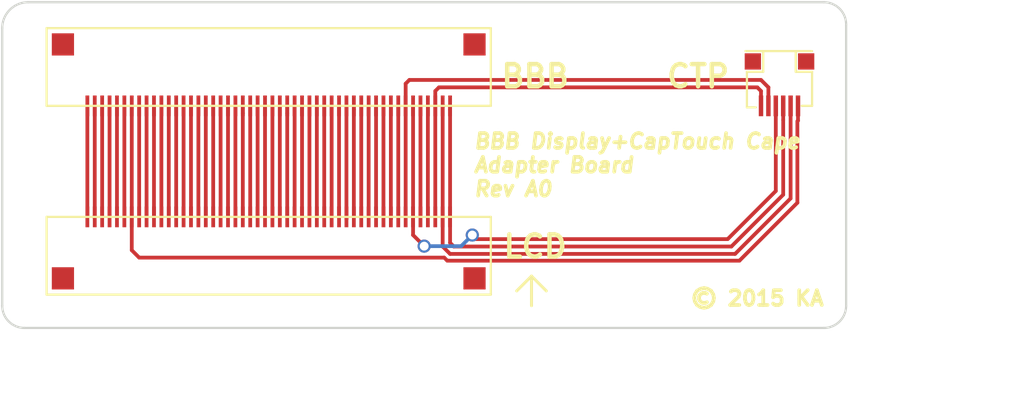
<source format=kicad_pcb>
(kicad_pcb (version 4) (host pcbnew 0.201502122346+5414~21~ubuntu14.04.1-product)

  (general
    (links 56)
    (no_connects 0)
    (area 131.924999 86.924999 189.075001 109.075001)
    (thickness 1.6)
    (drawings 18)
    (tracks 100)
    (zones 0)
    (modules 3)
    (nets 51)
  )

  (page A4)
  (layers
    (0 F.Cu signal)
    (31 B.Cu signal)
    (32 B.Adhes user)
    (33 F.Adhes user)
    (34 B.Paste user)
    (35 F.Paste user)
    (36 B.SilkS user)
    (37 F.SilkS user)
    (38 B.Mask user)
    (39 F.Mask user)
    (40 Dwgs.User user)
    (41 Cmts.User user)
    (42 Eco1.User user)
    (43 Eco2.User user)
    (44 Edge.Cuts user)
    (45 Margin user)
    (46 B.CrtYd user)
    (47 F.CrtYd user)
    (48 B.Fab user)
    (49 F.Fab user)
  )

  (setup
    (last_trace_width 0.254)
    (trace_clearance 0.2032)
    (zone_clearance 0.508)
    (zone_45_only no)
    (trace_min 0.254)
    (segment_width 0.2)
    (edge_width 0.15)
    (via_size 0.889)
    (via_drill 0.6)
    (via_min_size 0.889)
    (via_min_drill 0.508)
    (uvia_size 0.508)
    (uvia_drill 0.127)
    (uvias_allowed no)
    (uvia_min_size 0.508)
    (uvia_min_drill 0.127)
    (pcb_text_width 0.3)
    (pcb_text_size 1.5 1.5)
    (mod_edge_width 0.15)
    (mod_text_size 1.5 1.5)
    (mod_text_width 0.15)
    (pad_size 1.524 1.524)
    (pad_drill 0.762)
    (pad_to_mask_clearance 0.2)
    (aux_axis_origin 0 0)
    (visible_elements FFFFFF7F)
    (pcbplotparams
      (layerselection 0x00030_80000001)
      (usegerberextensions false)
      (excludeedgelayer true)
      (linewidth 0.150000)
      (plotframeref false)
      (viasonmask false)
      (mode 1)
      (useauxorigin false)
      (hpglpennumber 1)
      (hpglpenspeed 20)
      (hpglpendiameter 15)
      (hpglpenoverlay 2)
      (psnegative false)
      (psa4output false)
      (plotreference true)
      (plotvalue true)
      (plotinvisibletext false)
      (padsonsilk false)
      (subtractmaskfromsilk false)
      (outputformat 1)
      (mirror false)
      (drillshape 1)
      (scaleselection 1)
      (outputdirectory ""))
  )

  (net 0 "")
  (net 1 "Net-(LCD1-Pad1)")
  (net 2 "Net-(LCD1-Pad2)")
  (net 3 "Net-(LCD1-Pad3)")
  (net 4 "Net-(LCD1-Pad4)")
  (net 5 "Net-(LCD1-Pad5)")
  (net 6 "Net-(LCD1-Pad6)")
  (net 7 /DVDD)
  (net 8 "Net-(LCD1-Pad8)")
  (net 9 "Net-(LCD1-Pad9)")
  (net 10 "Net-(LCD1-Pad10)")
  (net 11 "Net-(LCD1-Pad11)")
  (net 12 "Net-(LCD1-Pad12)")
  (net 13 "Net-(LCD1-Pad13)")
  (net 14 "Net-(LCD1-Pad14)")
  (net 15 "Net-(LCD1-Pad15)")
  (net 16 "Net-(LCD1-Pad19)")
  (net 17 "Net-(LCD1-Pad16)")
  (net 18 "Net-(LCD1-Pad17)")
  (net 19 "Net-(LCD1-Pad18)")
  (net 20 "Net-(LCD1-Pad20)")
  (net 21 "Net-(LCD1-Pad21)")
  (net 22 "Net-(LCD1-Pad22)")
  (net 23 "Net-(LCD1-Pad23)")
  (net 24 "Net-(LCD1-Pad24)")
  (net 25 "Net-(LCD1-Pad25)")
  (net 26 "Net-(LCD1-Pad29)")
  (net 27 "Net-(LCD1-Pad26)")
  (net 28 "Net-(LCD1-Pad27)")
  (net 29 "Net-(LCD1-Pad28)")
  (net 30 "Net-(LCD1-Pad30)")
  (net 31 "Net-(LCD1-Pad34)")
  (net 32 "Net-(LCD1-Pad31)")
  (net 33 "Net-(LCD1-Pad32)")
  (net 34 "Net-(LCD1-Pad33)")
  (net 35 "Net-(LCD1-Pad35)")
  (net 36 "Net-(LCD1-Pad38)")
  (net 37 "Net-(LCD1-Pad39)")
  (net 38 "Net-(LCD1-Pad36)")
  (net 39 "Net-(LCD1-Pad37)")
  (net 40 "Net-(LCD1-Pad40)")
  (net 41 "Net-(LCD1-Pad41)")
  (net 42 "Net-(LCD1-Pad42)")
  (net 43 "Net-(LCD1-Pad43)")
  (net 44 /RST)
  (net 45 /IRQ)
  (net 46 "Net-(LCD1-Pad46)")
  (net 47 "Net-(LCD1-Pad47)")
  (net 48 /GND)
  (net 49 /SCL)
  (net 50 /SDA)

  (net_class Default "This is the default net class."
    (clearance 0.2032)
    (trace_width 0.254)
    (via_dia 0.889)
    (via_drill 0.6)
    (uvia_dia 0.508)
    (uvia_drill 0.127)
    (add_net /DVDD)
    (add_net /GND)
    (add_net /IRQ)
    (add_net /RST)
    (add_net /SCL)
    (add_net /SDA)
    (add_net "Net-(LCD1-Pad1)")
    (add_net "Net-(LCD1-Pad10)")
    (add_net "Net-(LCD1-Pad11)")
    (add_net "Net-(LCD1-Pad12)")
    (add_net "Net-(LCD1-Pad13)")
    (add_net "Net-(LCD1-Pad14)")
    (add_net "Net-(LCD1-Pad15)")
    (add_net "Net-(LCD1-Pad16)")
    (add_net "Net-(LCD1-Pad17)")
    (add_net "Net-(LCD1-Pad18)")
    (add_net "Net-(LCD1-Pad19)")
    (add_net "Net-(LCD1-Pad2)")
    (add_net "Net-(LCD1-Pad20)")
    (add_net "Net-(LCD1-Pad21)")
    (add_net "Net-(LCD1-Pad22)")
    (add_net "Net-(LCD1-Pad23)")
    (add_net "Net-(LCD1-Pad24)")
    (add_net "Net-(LCD1-Pad25)")
    (add_net "Net-(LCD1-Pad26)")
    (add_net "Net-(LCD1-Pad27)")
    (add_net "Net-(LCD1-Pad28)")
    (add_net "Net-(LCD1-Pad29)")
    (add_net "Net-(LCD1-Pad3)")
    (add_net "Net-(LCD1-Pad30)")
    (add_net "Net-(LCD1-Pad31)")
    (add_net "Net-(LCD1-Pad32)")
    (add_net "Net-(LCD1-Pad33)")
    (add_net "Net-(LCD1-Pad34)")
    (add_net "Net-(LCD1-Pad35)")
    (add_net "Net-(LCD1-Pad36)")
    (add_net "Net-(LCD1-Pad37)")
    (add_net "Net-(LCD1-Pad38)")
    (add_net "Net-(LCD1-Pad39)")
    (add_net "Net-(LCD1-Pad4)")
    (add_net "Net-(LCD1-Pad40)")
    (add_net "Net-(LCD1-Pad41)")
    (add_net "Net-(LCD1-Pad42)")
    (add_net "Net-(LCD1-Pad43)")
    (add_net "Net-(LCD1-Pad46)")
    (add_net "Net-(LCD1-Pad47)")
    (add_net "Net-(LCD1-Pad5)")
    (add_net "Net-(LCD1-Pad6)")
    (add_net "Net-(LCD1-Pad8)")
    (add_net "Net-(LCD1-Pad9)")
  )

  (module Pin_Headers:Pin_Header_Straight_2x03 (layer F.Cu) (tedit 54EE6E4A) (tstamp 54EE579C)
    (at 184.5 96)
    (descr "Through hole pin header")
    (tags "pin header")
    (path /54EE7594)
    (fp_text reference P1 (at -3.7 -1.9) (layer F.SilkS) hide
      (effects (font (size 1.27 1.27) (thickness 0.2032)))
    )
    (fp_text value CONN_01X06 (at 0 0) (layer F.SilkS) hide
      (effects (font (size 1.27 1.27) (thickness 0.2032)))
    )
    (fp_line (start 1.1 -5.7) (end 1.1 -4.4) (layer F.SilkS) (width 0.15))
    (fp_line (start 1.1 -4.4) (end 1.1 -4.3) (layer F.SilkS) (width 0.15))
    (fp_line (start 1.1 -4.3) (end 2.2 -4.3) (layer F.SilkS) (width 0.15))
    (fp_line (start -1.1 -5.7) (end -1.1 -4.3) (layer F.SilkS) (width 0.15))
    (fp_line (start -1.1 -4.3) (end -2.2 -4.3) (layer F.SilkS) (width 0.15))
    (fp_line (start -2.3 -5.7) (end 2.2 -5.7) (layer F.SilkS) (width 0.15))
    (fp_line (start 1.5 -2) (end 2.2 -2) (layer F.SilkS) (width 0.15))
    (fp_line (start 2.2 -2) (end 2.2 -4.3) (layer F.SilkS) (width 0.15))
    (fp_line (start -2.2 -4.3) (end -2.2 -1.9) (layer F.SilkS) (width 0.15))
    (fp_line (start -2.2 -1.9) (end -1.6 -1.9) (layer F.SilkS) (width 0.15))
    (pad 1 smd rect (at -1.25 -2) (size 0.3 1.4) (layers F.Cu F.Paste F.Mask)
      (net 48 /GND))
    (pad 2 smd rect (at -0.75 -2) (size 0.3 1.4) (layers F.Cu F.Paste F.Mask)
      (net 44 /RST))
    (pad 3 smd rect (at -0.25 -2) (size 0.3 1.4) (layers F.Cu F.Paste F.Mask)
      (net 45 /IRQ))
    (pad 4 smd rect (at 0.25 -2) (size 0.3 1.4) (layers F.Cu F.Paste F.Mask)
      (net 50 /SDA))
    (pad 5 smd rect (at 0.75 -2) (size 0.3 1.4) (layers F.Cu F.Paste F.Mask)
      (net 49 /SCL))
    (pad 6 smd rect (at 1.25 -2) (size 0.3 1.4) (layers F.Cu F.Paste F.Mask)
      (net 7 /DVDD))
    (pad "" smd rect (at 1.8 -5) (size 1.1 1.1) (layers F.Cu F.Paste F.Mask))
    (pad "" smd rect (at -1.8 -5) (size 1.1 1.1) (layers F.Cu F.Paste F.Mask))
    (model Pin_Headers/Pin_Header_Straight_2x03.wrl
      (at (xyz 0 0 0))
      (scale (xyz 1 1 1))
      (rotate (xyz 0 0 0))
    )
  )

  (module "XF2M:df12a(3.0)-50ds-0.5v" placed (layer F.Cu) (tedit 54EE6CD5) (tstamp 54EE574E)
    (at 150 94)
    (descr "Hirose DF12 series connector, DF12A(3.0)-50DS-0.5V")
    (path /54ABD71F)
    (fp_text reference LCD1 (at -6.5 -1.75012) (layer F.SilkS) hide
      (effects (font (size 0.49784 0.49784) (thickness 0.09906)))
    )
    (fp_text value Generic_7"_LCD_50pin (at 6.25 1.74758) (layer Cmts.User) hide
      (effects (font (size 0.4953 0.4953) (thickness 0.09906)))
    )
    (fp_line (start -15 -5.25) (end -15 0) (layer F.SilkS) (width 0.15))
    (fp_line (start -15 0) (end 15 0) (layer F.SilkS) (width 0.15))
    (fp_line (start 15 -5.25) (end 15 0) (layer F.SilkS) (width 0.15))
    (fp_line (start -15 -5.25) (end 15 -5.25) (layer F.SilkS) (width 0.15))
    (pad 50 smd rect (at 12.25 0) (size 0.254 1.4) (layers F.Cu F.Paste F.Mask)
      (net 50 /SDA) (solder_mask_margin 0.06858) (solder_paste_margin -0.04826) (clearance 0.19558))
    (pad 49 smd rect (at 11.75 0) (size 0.254 1.4) (layers F.Cu F.Paste F.Mask)
      (net 49 /SCL) (solder_mask_margin 0.06858) (solder_paste_margin -0.04826) (clearance 0.19558))
    (pad 48 smd rect (at 11.25 0) (size 0.254 1.4) (layers F.Cu F.Paste F.Mask)
      (net 48 /GND) (solder_mask_margin 0.06858) (solder_paste_margin -0.04826) (clearance 0.19558))
    (pad 47 smd rect (at 10.75 0) (size 0.254 1.4) (layers F.Cu F.Paste F.Mask)
      (net 47 "Net-(LCD1-Pad47)") (solder_mask_margin 0.06858) (solder_paste_margin -0.04826) (clearance 0.19558))
    (pad 46 smd rect (at 10.25 0) (size 0.254 1.4) (layers F.Cu F.Paste F.Mask)
      (net 46 "Net-(LCD1-Pad46)") (solder_mask_margin 0.06858) (solder_paste_margin -0.04826) (clearance 0.19558))
    (pad 45 smd rect (at 9.75 0) (size 0.254 1.4) (layers F.Cu F.Paste F.Mask)
      (net 45 /IRQ) (solder_mask_margin 0.06858) (solder_paste_margin -0.04826) (clearance 0.19558))
    (pad 44 smd rect (at 9.25 0) (size 0.254 1.4) (layers F.Cu F.Paste F.Mask)
      (net 44 /RST) (solder_mask_margin 0.06858) (solder_paste_margin -0.04826) (clearance 0.19558))
    (pad 43 smd rect (at 8.75 0) (size 0.254 1.4) (layers F.Cu F.Paste F.Mask)
      (net 43 "Net-(LCD1-Pad43)") (solder_mask_margin 0.06858) (solder_paste_margin -0.04826) (clearance 0.19558))
    (pad 42 smd rect (at 8.25 0) (size 0.254 1.4) (layers F.Cu F.Paste F.Mask)
      (net 42 "Net-(LCD1-Pad42)") (solder_mask_margin 0.06858) (solder_paste_margin -0.04826) (clearance 0.19558))
    (pad 41 smd rect (at 7.75 0) (size 0.254 1.4) (layers F.Cu F.Paste F.Mask)
      (net 41 "Net-(LCD1-Pad41)") (solder_mask_margin 0.06858) (solder_paste_margin -0.04826) (clearance 0.19558))
    (pad 40 smd rect (at 7.25 0) (size 0.254 1.4) (layers F.Cu F.Paste F.Mask)
      (net 40 "Net-(LCD1-Pad40)") (solder_mask_margin 0.06858) (solder_paste_margin -0.04826) (clearance 0.19558))
    (pad 39 smd rect (at 6.75 0) (size 0.254 1.4) (layers F.Cu F.Paste F.Mask)
      (net 37 "Net-(LCD1-Pad39)") (solder_mask_margin 0.06858) (solder_paste_margin -0.04826) (clearance 0.19558))
    (pad 38 smd rect (at 6.25 0) (size 0.254 1.4) (layers F.Cu F.Paste F.Mask)
      (net 36 "Net-(LCD1-Pad38)") (solder_mask_margin 0.06858) (solder_paste_margin -0.04826) (clearance 0.19558))
    (pad 37 smd rect (at 5.75 0) (size 0.254 1.4) (layers F.Cu F.Paste F.Mask)
      (net 39 "Net-(LCD1-Pad37)") (solder_mask_margin 0.06858) (solder_paste_margin -0.04826) (clearance 0.19558))
    (pad 36 smd rect (at 5.25 0) (size 0.254 1.4) (layers F.Cu F.Paste F.Mask)
      (net 38 "Net-(LCD1-Pad36)") (solder_mask_margin 0.06858) (solder_paste_margin -0.04826) (clearance 0.19558))
    (pad 32 smd rect (at 3.25 0) (size 0.254 1.4) (layers F.Cu F.Paste F.Mask)
      (net 33 "Net-(LCD1-Pad32)") (solder_mask_margin 0.06858) (solder_paste_margin -0.04826) (clearance 0.19558))
    (pad 35 smd rect (at 4.75 0) (size 0.254 1.4) (layers F.Cu F.Paste F.Mask)
      (net 35 "Net-(LCD1-Pad35)") (solder_mask_margin 0.06858) (solder_paste_margin -0.04826) (clearance 0.19558))
    (pad 34 smd rect (at 4.25 0) (size 0.254 1.4) (layers F.Cu F.Paste F.Mask)
      (net 31 "Net-(LCD1-Pad34)") (solder_mask_margin 0.06858) (solder_paste_margin -0.04826) (clearance 0.19558))
    (pad 33 smd rect (at 3.75 0) (size 0.254 1.4) (layers F.Cu F.Paste F.Mask)
      (net 34 "Net-(LCD1-Pad33)") (solder_mask_margin 0.06858) (solder_paste_margin -0.04826) (clearance 0.19558))
    (pad 31 smd rect (at 2.75 0) (size 0.254 1.4) (layers F.Cu F.Paste F.Mask)
      (net 32 "Net-(LCD1-Pad31)") (solder_mask_margin 0.06858) (solder_paste_margin -0.04826) (clearance 0.19558))
    (pad 30 smd rect (at 2.25 0) (size 0.254 1.4) (layers F.Cu F.Paste F.Mask)
      (net 30 "Net-(LCD1-Pad30)") (solder_mask_margin 0.06858) (solder_paste_margin -0.04826) (clearance 0.19558))
    (pad 29 smd rect (at 1.75 0) (size 0.254 1.4) (layers F.Cu F.Paste F.Mask)
      (net 26 "Net-(LCD1-Pad29)") (solder_mask_margin 0.06858) (solder_paste_margin -0.04826) (clearance 0.19558))
    (pad 28 smd rect (at 1.25 0) (size 0.254 1.4) (layers F.Cu F.Paste F.Mask)
      (net 29 "Net-(LCD1-Pad28)") (solder_mask_margin 0.06858) (solder_paste_margin -0.04826) (clearance 0.19558))
    (pad 27 smd rect (at 0.75 0) (size 0.254 1.4) (layers F.Cu F.Paste F.Mask)
      (net 28 "Net-(LCD1-Pad27)") (solder_mask_margin 0.06858) (solder_paste_margin -0.04826) (clearance 0.19558))
    (pad 26 smd rect (at 0.25 0) (size 0.254 1.4) (layers F.Cu F.Paste F.Mask)
      (net 27 "Net-(LCD1-Pad26)") (solder_mask_margin 0.06858) (solder_paste_margin -0.04826) (clearance 0.19558))
    (pad 22 smd rect (at -1.75 0) (size 0.254 1.4) (layers F.Cu F.Paste F.Mask)
      (net 22 "Net-(LCD1-Pad22)") (solder_mask_margin 0.06858) (solder_paste_margin -0.04826) (clearance 0.19558))
    (pad 25 smd rect (at -0.25 0) (size 0.254 1.4) (layers F.Cu F.Paste F.Mask)
      (net 25 "Net-(LCD1-Pad25)") (solder_mask_margin 0.06858) (solder_paste_margin -0.04826) (clearance 0.19558))
    (pad 24 smd rect (at -0.75 0) (size 0.254 1.4) (layers F.Cu F.Paste F.Mask)
      (net 24 "Net-(LCD1-Pad24)") (solder_mask_margin 0.06858) (solder_paste_margin -0.04826) (clearance 0.19558))
    (pad 23 smd rect (at -1.25 0) (size 0.254 1.4) (layers F.Cu F.Paste F.Mask)
      (net 23 "Net-(LCD1-Pad23)") (solder_mask_margin 0.06858) (solder_paste_margin -0.04826) (clearance 0.19558))
    (pad 21 smd rect (at -2.25 0) (size 0.254 1.4) (layers F.Cu F.Paste F.Mask)
      (net 21 "Net-(LCD1-Pad21)") (solder_mask_margin 0.06858) (solder_paste_margin -0.04826) (clearance 0.19558))
    (pad 17 smd rect (at -4.25 0) (size 0.254 1.4) (layers F.Cu F.Paste F.Mask)
      (net 18 "Net-(LCD1-Pad17)") (solder_mask_margin 0.06858) (solder_paste_margin -0.04826) (clearance 0.19558))
    (pad 20 smd rect (at -2.75 0) (size 0.254 1.4) (layers F.Cu F.Paste F.Mask)
      (net 20 "Net-(LCD1-Pad20)") (solder_mask_margin 0.06858) (solder_paste_margin -0.04826) (clearance 0.19558))
    (pad 19 smd rect (at -3.25 0) (size 0.254 1.4) (layers F.Cu F.Paste F.Mask)
      (net 16 "Net-(LCD1-Pad19)") (solder_mask_margin 0.06858) (solder_paste_margin -0.04826) (clearance 0.19558))
    (pad 18 smd rect (at -3.75 0) (size 0.254 1.4) (layers F.Cu F.Paste F.Mask)
      (net 19 "Net-(LCD1-Pad18)") (solder_mask_margin 0.06858) (solder_paste_margin -0.04826) (clearance 0.19558))
    (pad 16 smd rect (at -4.75 0) (size 0.254 1.4) (layers F.Cu F.Paste F.Mask)
      (net 17 "Net-(LCD1-Pad16)") (solder_mask_margin 0.06858) (solder_paste_margin -0.04826) (clearance 0.19558))
    (pad 13 smd rect (at -6.25 0) (size 0.254 1.4) (layers F.Cu F.Paste F.Mask)
      (net 13 "Net-(LCD1-Pad13)") (solder_mask_margin 0.06858) (solder_paste_margin -0.04826) (clearance 0.19558))
    (pad 12 smd rect (at -6.75 0) (size 0.254 1.4) (layers F.Cu F.Paste F.Mask)
      (net 12 "Net-(LCD1-Pad12)") (solder_mask_margin 0.06858) (solder_paste_margin -0.04826) (clearance 0.19558))
    (pad 15 smd rect (at -5.25 0) (size 0.254 1.4) (layers F.Cu F.Paste F.Mask)
      (net 15 "Net-(LCD1-Pad15)") (solder_mask_margin 0.06858) (solder_paste_margin -0.04826) (clearance 0.19558))
    (pad 14 smd rect (at -5.75 0) (size 0.254 1.4) (layers F.Cu F.Paste F.Mask)
      (net 14 "Net-(LCD1-Pad14)") (solder_mask_margin 0.06858) (solder_paste_margin -0.04826) (clearance 0.19558))
    (pad 11 smd rect (at -7.25 0) (size 0.254 1.4) (layers F.Cu F.Paste F.Mask)
      (net 11 "Net-(LCD1-Pad11)") (solder_mask_margin 0.06858) (solder_paste_margin -0.04826) (clearance 0.19558))
    (pad 10 smd rect (at -7.75 0) (size 0.254 1.4) (layers F.Cu F.Paste F.Mask)
      (net 10 "Net-(LCD1-Pad10)") (solder_mask_margin 0.06858) (solder_paste_margin -0.04826) (clearance 0.19558))
    (pad 9 smd rect (at -8.25 0) (size 0.254 1.4) (layers F.Cu F.Paste F.Mask)
      (net 9 "Net-(LCD1-Pad9)") (solder_mask_margin 0.06858) (solder_paste_margin -0.04826) (clearance 0.19558))
    (pad 8 smd rect (at -8.75 0) (size 0.254 1.4) (layers F.Cu F.Paste F.Mask)
      (net 8 "Net-(LCD1-Pad8)") (solder_mask_margin 0.06858) (solder_paste_margin -0.04826) (clearance 0.19558))
    (pad 7 smd rect (at -9.25 0) (size 0.254 1.4) (layers F.Cu F.Paste F.Mask)
      (net 7 /DVDD) (solder_mask_margin 0.06858) (solder_paste_margin -0.04826) (clearance 0.19558))
    (pad 6 smd rect (at -9.75 0) (size 0.254 1.4) (layers F.Cu F.Paste F.Mask)
      (net 6 "Net-(LCD1-Pad6)") (solder_mask_margin 0.06858) (solder_paste_margin -0.04826) (clearance 0.19558))
    (pad 5 smd rect (at -10.25 0) (size 0.254 1.4) (layers F.Cu F.Paste F.Mask)
      (net 5 "Net-(LCD1-Pad5)") (solder_mask_margin 0.06858) (solder_paste_margin -0.04826) (clearance 0.19558))
    (pad 4 smd rect (at -10.75 0) (size 0.254 1.4) (layers F.Cu F.Paste F.Mask)
      (net 4 "Net-(LCD1-Pad4)") (solder_mask_margin 0.06858) (solder_paste_margin -0.04826) (clearance 0.19558))
    (pad 3 smd rect (at -11.25 0) (size 0.254 1.4) (layers F.Cu F.Paste F.Mask)
      (net 3 "Net-(LCD1-Pad3)") (solder_mask_margin 0.06858) (solder_paste_margin -0.04826) (clearance 0.19558))
    (pad 2 smd rect (at -11.75 0) (size 0.254 1.4) (layers F.Cu F.Paste F.Mask)
      (net 2 "Net-(LCD1-Pad2)") (solder_mask_margin 0.06858) (solder_paste_margin -0.04826) (clearance 0.19558))
    (pad 1 smd rect (at -12.25 0) (size 0.254 1.4) (layers F.Cu F.Paste F.Mask)
      (net 1 "Net-(LCD1-Pad1)") (solder_mask_margin 0.06858) (solder_paste_margin -0.04826) (clearance 0.19558))
    (pad "" smd rect (at 13.9 -4.15) (size 1.5 1.5) (layers F.Cu F.Paste F.Mask))
    (pad "" smd rect (at -13.9 -4.15) (size 1.5 1.5) (layers F.Cu F.Paste F.Mask))
    (model "walter/conn_df12/df12a(3.0)-50ds-0.5v.wrl"
      (at (xyz 0 0 0))
      (scale (xyz 1 1 1))
      (rotate (xyz 0 0 0))
    )
  )

  (module "XF2M:df12a(3.0)-50ds-0.5v" placed (layer F.Cu) (tedit 54EE6CD2) (tstamp 54EE578A)
    (at 150 101.5 180)
    (descr "Hirose DF12 series connector, DF12A(3.0)-50DS-0.5V")
    (path /54ABD2E3)
    (fp_text reference LCD2 (at -6.5 -1.75012 180) (layer F.SilkS) hide
      (effects (font (size 0.49784 0.49784) (thickness 0.09906)))
    )
    (fp_text value Generic_7"_LCD_50pin (at 6.25 1.74758 180) (layer Cmts.User) hide
      (effects (font (size 0.4953 0.4953) (thickness 0.09906)))
    )
    (fp_line (start -15 -5.25) (end -15 0) (layer F.SilkS) (width 0.15))
    (fp_line (start -15 0) (end 15 0) (layer F.SilkS) (width 0.15))
    (fp_line (start 15 -5.25) (end 15 0) (layer F.SilkS) (width 0.15))
    (fp_line (start -15 -5.25) (end 15 -5.25) (layer F.SilkS) (width 0.15))
    (pad 1 smd rect (at 12.25 0 180) (size 0.254 1.4) (layers F.Cu F.Paste F.Mask)
      (net 1 "Net-(LCD1-Pad1)") (solder_mask_margin 0.06858) (solder_paste_margin -0.04826) (clearance 0.19558))
    (pad 2 smd rect (at 11.75 0 180) (size 0.254 1.4) (layers F.Cu F.Paste F.Mask)
      (net 2 "Net-(LCD1-Pad2)") (solder_mask_margin 0.06858) (solder_paste_margin -0.04826) (clearance 0.19558))
    (pad 3 smd rect (at 11.25 0 180) (size 0.254 1.4) (layers F.Cu F.Paste F.Mask)
      (net 3 "Net-(LCD1-Pad3)") (solder_mask_margin 0.06858) (solder_paste_margin -0.04826) (clearance 0.19558))
    (pad 4 smd rect (at 10.75 0 180) (size 0.254 1.4) (layers F.Cu F.Paste F.Mask)
      (net 4 "Net-(LCD1-Pad4)") (solder_mask_margin 0.06858) (solder_paste_margin -0.04826) (clearance 0.19558))
    (pad 5 smd rect (at 10.25 0 180) (size 0.254 1.4) (layers F.Cu F.Paste F.Mask)
      (net 5 "Net-(LCD1-Pad5)") (solder_mask_margin 0.06858) (solder_paste_margin -0.04826) (clearance 0.19558))
    (pad 6 smd rect (at 9.75 0 180) (size 0.254 1.4) (layers F.Cu F.Paste F.Mask)
      (net 6 "Net-(LCD1-Pad6)") (solder_mask_margin 0.06858) (solder_paste_margin -0.04826) (clearance 0.19558))
    (pad 7 smd rect (at 9.25 0 180) (size 0.254 1.4) (layers F.Cu F.Paste F.Mask)
      (net 7 /DVDD) (solder_mask_margin 0.06858) (solder_paste_margin -0.04826) (clearance 0.19558))
    (pad 8 smd rect (at 8.75 0 180) (size 0.254 1.4) (layers F.Cu F.Paste F.Mask)
      (net 8 "Net-(LCD1-Pad8)") (solder_mask_margin 0.06858) (solder_paste_margin -0.04826) (clearance 0.19558))
    (pad 9 smd rect (at 8.25 0 180) (size 0.254 1.4) (layers F.Cu F.Paste F.Mask)
      (net 9 "Net-(LCD1-Pad9)") (solder_mask_margin 0.06858) (solder_paste_margin -0.04826) (clearance 0.19558))
    (pad 10 smd rect (at 7.75 0 180) (size 0.254 1.4) (layers F.Cu F.Paste F.Mask)
      (net 10 "Net-(LCD1-Pad10)") (solder_mask_margin 0.06858) (solder_paste_margin -0.04826) (clearance 0.19558))
    (pad 11 smd rect (at 7.25 0 180) (size 0.254 1.4) (layers F.Cu F.Paste F.Mask)
      (net 11 "Net-(LCD1-Pad11)") (solder_mask_margin 0.06858) (solder_paste_margin -0.04826) (clearance 0.19558))
    (pad 12 smd rect (at 6.75 0 180) (size 0.254 1.4) (layers F.Cu F.Paste F.Mask)
      (net 12 "Net-(LCD1-Pad12)") (solder_mask_margin 0.06858) (solder_paste_margin -0.04826) (clearance 0.19558))
    (pad 13 smd rect (at 6.25 0 180) (size 0.254 1.4) (layers F.Cu F.Paste F.Mask)
      (net 13 "Net-(LCD1-Pad13)") (solder_mask_margin 0.06858) (solder_paste_margin -0.04826) (clearance 0.19558))
    (pad 14 smd rect (at 5.75 0 180) (size 0.254 1.4) (layers F.Cu F.Paste F.Mask)
      (net 14 "Net-(LCD1-Pad14)") (solder_mask_margin 0.06858) (solder_paste_margin -0.04826) (clearance 0.19558))
    (pad 15 smd rect (at 5.25 0 180) (size 0.254 1.4) (layers F.Cu F.Paste F.Mask)
      (net 15 "Net-(LCD1-Pad15)") (solder_mask_margin 0.06858) (solder_paste_margin -0.04826) (clearance 0.19558))
    (pad 19 smd rect (at 3.25 0 180) (size 0.254 1.4) (layers F.Cu F.Paste F.Mask)
      (net 16 "Net-(LCD1-Pad19)") (solder_mask_margin 0.06858) (solder_paste_margin -0.04826) (clearance 0.19558))
    (pad 16 smd rect (at 4.75 0 180) (size 0.254 1.4) (layers F.Cu F.Paste F.Mask)
      (net 17 "Net-(LCD1-Pad16)") (solder_mask_margin 0.06858) (solder_paste_margin -0.04826) (clearance 0.19558))
    (pad 17 smd rect (at 4.25 0 180) (size 0.254 1.4) (layers F.Cu F.Paste F.Mask)
      (net 18 "Net-(LCD1-Pad17)") (solder_mask_margin 0.06858) (solder_paste_margin -0.04826) (clearance 0.19558))
    (pad 18 smd rect (at 3.75 0 180) (size 0.254 1.4) (layers F.Cu F.Paste F.Mask)
      (net 19 "Net-(LCD1-Pad18)") (solder_mask_margin 0.06858) (solder_paste_margin -0.04826) (clearance 0.19558))
    (pad 20 smd rect (at 2.75 0 180) (size 0.254 1.4) (layers F.Cu F.Paste F.Mask)
      (net 20 "Net-(LCD1-Pad20)") (solder_mask_margin 0.06858) (solder_paste_margin -0.04826) (clearance 0.19558))
    (pad 21 smd rect (at 2.25 0 180) (size 0.254 1.4) (layers F.Cu F.Paste F.Mask)
      (net 21 "Net-(LCD1-Pad21)") (solder_mask_margin 0.06858) (solder_paste_margin -0.04826) (clearance 0.19558))
    (pad 22 smd rect (at 1.75 0 180) (size 0.254 1.4) (layers F.Cu F.Paste F.Mask)
      (net 22 "Net-(LCD1-Pad22)") (solder_mask_margin 0.06858) (solder_paste_margin -0.04826) (clearance 0.19558))
    (pad 23 smd rect (at 1.25 0 180) (size 0.254 1.4) (layers F.Cu F.Paste F.Mask)
      (net 23 "Net-(LCD1-Pad23)") (solder_mask_margin 0.06858) (solder_paste_margin -0.04826) (clearance 0.19558))
    (pad 24 smd rect (at 0.75 0 180) (size 0.254 1.4) (layers F.Cu F.Paste F.Mask)
      (net 24 "Net-(LCD1-Pad24)") (solder_mask_margin 0.06858) (solder_paste_margin -0.04826) (clearance 0.19558))
    (pad 25 smd rect (at 0.25 0 180) (size 0.254 1.4) (layers F.Cu F.Paste F.Mask)
      (net 25 "Net-(LCD1-Pad25)") (solder_mask_margin 0.06858) (solder_paste_margin -0.04826) (clearance 0.19558))
    (pad 29 smd rect (at -1.75 0 180) (size 0.254 1.4) (layers F.Cu F.Paste F.Mask)
      (net 26 "Net-(LCD1-Pad29)") (solder_mask_margin 0.06858) (solder_paste_margin -0.04826) (clearance 0.19558))
    (pad 26 smd rect (at -0.25 0 180) (size 0.254 1.4) (layers F.Cu F.Paste F.Mask)
      (net 27 "Net-(LCD1-Pad26)") (solder_mask_margin 0.06858) (solder_paste_margin -0.04826) (clearance 0.19558))
    (pad 27 smd rect (at -0.75 0 180) (size 0.254 1.4) (layers F.Cu F.Paste F.Mask)
      (net 28 "Net-(LCD1-Pad27)") (solder_mask_margin 0.06858) (solder_paste_margin -0.04826) (clearance 0.19558))
    (pad 28 smd rect (at -1.25 0 180) (size 0.254 1.4) (layers F.Cu F.Paste F.Mask)
      (net 29 "Net-(LCD1-Pad28)") (solder_mask_margin 0.06858) (solder_paste_margin -0.04826) (clearance 0.19558))
    (pad 30 smd rect (at -2.25 0 180) (size 0.254 1.4) (layers F.Cu F.Paste F.Mask)
      (net 30 "Net-(LCD1-Pad30)") (solder_mask_margin 0.06858) (solder_paste_margin -0.04826) (clearance 0.19558))
    (pad 34 smd rect (at -4.25 0 180) (size 0.254 1.4) (layers F.Cu F.Paste F.Mask)
      (net 31 "Net-(LCD1-Pad34)") (solder_mask_margin 0.06858) (solder_paste_margin -0.04826) (clearance 0.19558))
    (pad 31 smd rect (at -2.75 0 180) (size 0.254 1.4) (layers F.Cu F.Paste F.Mask)
      (net 32 "Net-(LCD1-Pad31)") (solder_mask_margin 0.06858) (solder_paste_margin -0.04826) (clearance 0.19558))
    (pad 32 smd rect (at -3.25 0 180) (size 0.254 1.4) (layers F.Cu F.Paste F.Mask)
      (net 33 "Net-(LCD1-Pad32)") (solder_mask_margin 0.06858) (solder_paste_margin -0.04826) (clearance 0.19558))
    (pad 33 smd rect (at -3.75 0 180) (size 0.254 1.4) (layers F.Cu F.Paste F.Mask)
      (net 34 "Net-(LCD1-Pad33)") (solder_mask_margin 0.06858) (solder_paste_margin -0.04826) (clearance 0.19558))
    (pad 35 smd rect (at -4.75 0 180) (size 0.254 1.4) (layers F.Cu F.Paste F.Mask)
      (net 35 "Net-(LCD1-Pad35)") (solder_mask_margin 0.06858) (solder_paste_margin -0.04826) (clearance 0.19558))
    (pad 38 smd rect (at -6.25 0 180) (size 0.254 1.4) (layers F.Cu F.Paste F.Mask)
      (net 36 "Net-(LCD1-Pad38)") (solder_mask_margin 0.06858) (solder_paste_margin -0.04826) (clearance 0.19558))
    (pad 39 smd rect (at -6.75 0 180) (size 0.254 1.4) (layers F.Cu F.Paste F.Mask)
      (net 37 "Net-(LCD1-Pad39)") (solder_mask_margin 0.06858) (solder_paste_margin -0.04826) (clearance 0.19558))
    (pad 36 smd rect (at -5.25 0 180) (size 0.254 1.4) (layers F.Cu F.Paste F.Mask)
      (net 38 "Net-(LCD1-Pad36)") (solder_mask_margin 0.06858) (solder_paste_margin -0.04826) (clearance 0.19558))
    (pad 37 smd rect (at -5.75 0 180) (size 0.254 1.4) (layers F.Cu F.Paste F.Mask)
      (net 39 "Net-(LCD1-Pad37)") (solder_mask_margin 0.06858) (solder_paste_margin -0.04826) (clearance 0.19558))
    (pad 40 smd rect (at -7.25 0 180) (size 0.254 1.4) (layers F.Cu F.Paste F.Mask)
      (net 40 "Net-(LCD1-Pad40)") (solder_mask_margin 0.06858) (solder_paste_margin -0.04826) (clearance 0.19558))
    (pad 41 smd rect (at -7.75 0 180) (size 0.254 1.4) (layers F.Cu F.Paste F.Mask)
      (net 41 "Net-(LCD1-Pad41)") (solder_mask_margin 0.06858) (solder_paste_margin -0.04826) (clearance 0.19558))
    (pad 42 smd rect (at -8.25 0 180) (size 0.254 1.4) (layers F.Cu F.Paste F.Mask)
      (net 42 "Net-(LCD1-Pad42)") (solder_mask_margin 0.06858) (solder_paste_margin -0.04826) (clearance 0.19558))
    (pad 43 smd rect (at -8.75 0 180) (size 0.254 1.4) (layers F.Cu F.Paste F.Mask)
      (net 43 "Net-(LCD1-Pad43)") (solder_mask_margin 0.06858) (solder_paste_margin -0.04826) (clearance 0.19558))
    (pad 44 smd rect (at -9.25 0 180) (size 0.254 1.4) (layers F.Cu F.Paste F.Mask)
      (net 44 /RST) (solder_mask_margin 0.06858) (solder_paste_margin -0.04826) (clearance 0.19558))
    (pad 45 smd rect (at -9.75 0 180) (size 0.254 1.4) (layers F.Cu F.Paste F.Mask)
      (net 45 /IRQ) (solder_mask_margin 0.06858) (solder_paste_margin -0.04826) (clearance 0.19558))
    (pad 46 smd rect (at -10.25 0 180) (size 0.254 1.4) (layers F.Cu F.Paste F.Mask)
      (net 46 "Net-(LCD1-Pad46)") (solder_mask_margin 0.06858) (solder_paste_margin -0.04826) (clearance 0.19558))
    (pad 47 smd rect (at -10.75 0 180) (size 0.254 1.4) (layers F.Cu F.Paste F.Mask)
      (net 47 "Net-(LCD1-Pad47)") (solder_mask_margin 0.06858) (solder_paste_margin -0.04826) (clearance 0.19558))
    (pad 48 smd rect (at -11.25 0 180) (size 0.254 1.4) (layers F.Cu F.Paste F.Mask)
      (net 48 /GND) (solder_mask_margin 0.06858) (solder_paste_margin -0.04826) (clearance 0.19558))
    (pad 49 smd rect (at -11.75 0 180) (size 0.254 1.4) (layers F.Cu F.Paste F.Mask)
      (net 49 /SCL) (solder_mask_margin 0.06858) (solder_paste_margin -0.04826) (clearance 0.19558))
    (pad 50 smd rect (at -12.25 0 180) (size 0.254 1.4) (layers F.Cu F.Paste F.Mask)
      (net 50 /SDA) (solder_mask_margin 0.06858) (solder_paste_margin -0.04826) (clearance 0.19558))
    (pad "" smd rect (at 13.9 -4.15 180) (size 1.5 1.5) (layers F.Cu F.Paste F.Mask))
    (pad "" smd rect (at -13.9 -4.15 180) (size 1.5 1.5) (layers F.Cu F.Paste F.Mask))
    (model "walter/conn_df12/df12a(3.0)-50ds-0.5v.wrl"
      (at (xyz 0 0 0))
      (scale (xyz 1 1 1))
      (rotate (xyz 0 0 0))
    )
  )

  (gr_arc (start 133.75 88.75) (end 132 88.75) (angle 90) (layer Edge.Cuts) (width 0.15))
  (gr_arc (start 133.5 107.5) (end 133.5 109) (angle 90) (layer Edge.Cuts) (width 0.15))
  (gr_arc (start 187.5 107.5) (end 189 107.5) (angle 90) (layer Edge.Cuts) (width 0.15))
  (gr_arc (start 187.5 88.5) (end 187.5 87) (angle 90) (layer Edge.Cuts) (width 0.15))
  (gr_line (start 167.75 105.5) (end 168.75 106.5) (angle 90) (layer F.SilkS) (width 0.2))
  (gr_line (start 166.75 106.5) (end 167.75 105.5) (angle 90) (layer F.SilkS) (width 0.2))
  (gr_line (start 167.75 107.5) (end 167.75 105.5) (angle 90) (layer F.SilkS) (width 0.2))
  (gr_text "© 2015 KA" (at 183 107) (layer F.SilkS)
    (effects (font (size 1 1) (thickness 0.25)))
  )
  (gr_text "BBB Display+CapTouch Cape\nAdapter Board\nRev A0" (at 163.75 98) (layer F.SilkS)
    (effects (font (size 1 1) (thickness 0.25) italic) (justify left))
  )
  (gr_text "CTP\n" (at 179 92) (layer F.SilkS)
    (effects (font (size 1.5 1.5) (thickness 0.3)))
  )
  (dimension 22 (width 0.3) (layer Margin)
    (gr_text "22.000 mm" (at 198.35 98 90) (layer Margin)
      (effects (font (size 1.5 1.5) (thickness 0.3)))
    )
    (feature1 (pts (xy 192 87) (xy 199.7 87)))
    (feature2 (pts (xy 192 109) (xy 199.7 109)))
    (crossbar (pts (xy 197 109) (xy 197 87)))
    (arrow1a (pts (xy 197 87) (xy 197.586421 88.126504)))
    (arrow1b (pts (xy 197 87) (xy 196.413579 88.126504)))
    (arrow2a (pts (xy 197 109) (xy 197.586421 107.873496)))
    (arrow2b (pts (xy 197 109) (xy 196.413579 107.873496)))
  )
  (dimension 57 (width 0.3) (layer Margin)
    (gr_text "57.000 mm" (at 160.5 114.35) (layer Margin)
      (effects (font (size 1.5 1.5) (thickness 0.3)))
    )
    (feature1 (pts (xy 189 110) (xy 189 115.7)))
    (feature2 (pts (xy 132 110) (xy 132 115.7)))
    (crossbar (pts (xy 132 113) (xy 189 113)))
    (arrow1a (pts (xy 189 113) (xy 187.873496 113.586421)))
    (arrow1b (pts (xy 189 113) (xy 187.873496 112.413579)))
    (arrow2a (pts (xy 132 113) (xy 133.126504 113.586421)))
    (arrow2b (pts (xy 132 113) (xy 133.126504 112.413579)))
  )
  (gr_line (start 189 88.5) (end 189 107.5) (angle 90) (layer Edge.Cuts) (width 0.15))
  (gr_line (start 187.5 87) (end 133.75 87) (angle 90) (layer Edge.Cuts) (width 0.15) (tstamp 54F118ED))
  (gr_line (start 133.5 109) (end 187.5 109) (angle 90) (layer Edge.Cuts) (width 0.15))
  (gr_line (start 132 88.75) (end 132 107.5) (angle 90) (layer Edge.Cuts) (width 0.15))
  (gr_text BBB (at 168 92) (layer F.SilkS)
    (effects (font (size 1.5 1.5) (thickness 0.3)))
  )
  (gr_text LCD (at 168 103.5) (layer F.SilkS)
    (effects (font (size 1.5 1.5) (thickness 0.3)))
  )

  (segment (start 137.75 101.5) (end 137.75 94) (width 0.254) (layer F.Cu) (net 1))
  (segment (start 138.25 94) (end 138.25 101.457202) (width 0.254) (layer F.Cu) (net 2))
  (segment (start 138.25 101.457202) (end 138.207202 101.5) (width 0.254) (layer F.Cu) (net 2) (tstamp 54F118A3))
  (segment (start 138.207202 101.5) (end 138.25 101.5) (width 0.254) (layer F.Cu) (net 2) (tstamp 54F118A5))
  (segment (start 138.75 94) (end 138.75 101.5) (width 0.254) (layer F.Cu) (net 3))
  (segment (start 139.25 94) (end 139.25 101.5) (width 0.254) (layer F.Cu) (net 4))
  (segment (start 139.75 101.5) (end 139.75 94) (width 0.254) (layer F.Cu) (net 5))
  (segment (start 140.25 94) (end 140.25 101.5) (width 0.254) (layer F.Cu) (net 6))
  (segment (start 185.75 94) (end 185.75 95) (width 0.254) (layer F.Cu) (net 7))
  (segment (start 185.70721 100.54279) (end 181.79279 104.45721) (width 0.254) (layer F.Cu) (net 7))
  (segment (start 185.75 95) (end 185.70721 95.04279) (width 0.254) (layer F.Cu) (net 7))
  (segment (start 181.79279 104.45721) (end 162.060618 104.45721) (width 0.254) (layer F.Cu) (net 7))
  (segment (start 185.70721 95.04279) (end 185.70721 100.54279) (width 0.254) (layer F.Cu) (net 7))
  (segment (start 162.060618 104.45721) (end 161.853408 104.25) (width 0.254) (layer F.Cu) (net 7))
  (segment (start 161.853408 104.25) (end 141.25 104.25) (width 0.254) (layer F.Cu) (net 7))
  (segment (start 141.25 104.25) (end 140.75 103.75) (width 0.254) (layer F.Cu) (net 7))
  (segment (start 140.75 103.75) (end 140.75 101.5) (width 0.254) (layer F.Cu) (net 7))
  (segment (start 140.75 101.5) (end 140.75 94) (width 0.254) (layer F.Cu) (net 7))
  (segment (start 141.25 94) (end 141.25 101.5) (width 0.254) (layer F.Cu) (net 8))
  (segment (start 141.75 94) (end 141.75 101.5) (width 0.254) (layer F.Cu) (net 9))
  (segment (start 142.25 94) (end 142.25 101.5) (width 0.254) (layer F.Cu) (net 10))
  (segment (start 142.75 101.5) (end 142.75 94) (width 0.254) (layer F.Cu) (net 11))
  (segment (start 143.25 94) (end 143.25 101.5) (width 0.254) (layer F.Cu) (net 12))
  (segment (start 143.75 101.5) (end 143.75 94) (width 0.254) (layer F.Cu) (net 13))
  (segment (start 144.25 94) (end 144.25 101.5) (width 0.254) (layer F.Cu) (net 14))
  (segment (start 144.75 94) (end 144.75 101.5) (width 0.254) (layer F.Cu) (net 15))
  (segment (start 146.75 94) (end 146.75 101.5) (width 0.254) (layer F.Cu) (net 16))
  (segment (start 145.25 94) (end 145.25 101.5) (width 0.254) (layer F.Cu) (net 17))
  (segment (start 145.75 94) (end 145.75 101.5) (width 0.254) (layer F.Cu) (net 18))
  (segment (start 146.25 94) (end 146.25 101.5) (width 0.254) (layer F.Cu) (net 19))
  (segment (start 147.25 94) (end 147.25 101.5) (width 0.254) (layer F.Cu) (net 20))
  (segment (start 147.75 94) (end 147.75 101.5) (width 0.254) (layer F.Cu) (net 21))
  (segment (start 148.25 94) (end 148.25 94.5) (width 0.254) (layer F.Cu) (net 22))
  (segment (start 148.25 94.5) (end 148.25 101.5) (width 0.254) (layer F.Cu) (net 22))
  (segment (start 148.75 94) (end 148.75 101.5) (width 0.254) (layer F.Cu) (net 23))
  (segment (start 149.25 94) (end 149.25 101.5) (width 0.254) (layer F.Cu) (net 24))
  (segment (start 149.75 94) (end 149.75 101.5) (width 0.254) (layer F.Cu) (net 25))
  (segment (start 151.75 94) (end 151.75 101.5) (width 0.254) (layer F.Cu) (net 26))
  (segment (start 150.25 94) (end 150.25 101.5) (width 0.254) (layer F.Cu) (net 27))
  (segment (start 150.75 94) (end 150.75 101.5) (width 0.254) (layer F.Cu) (net 28))
  (segment (start 151.25 94) (end 151.25 94.5) (width 0.254) (layer F.Cu) (net 29))
  (segment (start 151.25 94.5) (end 151.25 101.5) (width 0.254) (layer F.Cu) (net 29))
  (segment (start 152.25 94) (end 152.25 101.5) (width 0.254) (layer F.Cu) (net 30))
  (segment (start 154.25 94) (end 154.25 101.5) (width 0.254) (layer F.Cu) (net 31))
  (segment (start 152.75 94) (end 152.75 101.5) (width 0.254) (layer F.Cu) (net 32))
  (segment (start 153.25 94) (end 153.25 101.5) (width 0.254) (layer F.Cu) (net 33))
  (segment (start 153.75 94) (end 153.75 101.5) (width 0.254) (layer F.Cu) (net 34))
  (segment (start 154.75 94) (end 154.75 101.5) (width 0.254) (layer F.Cu) (net 35))
  (segment (start 156.25 94) (end 156.25 101.5) (width 0.254) (layer F.Cu) (net 36))
  (segment (start 156.75 94) (end 156.75 101.5) (width 0.254) (layer F.Cu) (net 37))
  (segment (start 155.25 94) (end 155.25 101.646592) (width 0.254) (layer F.Cu) (net 38))
  (segment (start 155.25 101.646592) (end 155.25 101.5) (width 0.254) (layer F.Cu) (net 38))
  (segment (start 155.75 94) (end 155.75 94.25) (width 0.254) (layer F.Cu) (net 39))
  (segment (start 155.75 94.25) (end 155.75 101.5) (width 0.254) (layer F.Cu) (net 39))
  (segment (start 157.25 94) (end 157.25 101.5) (width 0.254) (layer F.Cu) (net 40))
  (segment (start 157.75 94) (end 157.75 101.5) (width 0.254) (layer F.Cu) (net 41))
  (segment (start 158.25 94) (end 158.25 101.646592) (width 0.254) (layer F.Cu) (net 42))
  (segment (start 158.25 101.646592) (end 158.25 101.5) (width 0.254) (layer F.Cu) (net 42))
  (segment (start 158.75 94) (end 158.75 101.5) (width 0.254) (layer F.Cu) (net 43))
  (segment (start 183.75 94) (end 183.75 92.75) (width 0.254) (layer F.Cu) (net 44))
  (segment (start 159.25 92.5) (end 159.25 94) (width 0.254) (layer F.Cu) (net 44) (tstamp 54F118D5))
  (segment (start 159.5 92.25) (end 159.25 92.5) (width 0.254) (layer F.Cu) (net 44) (tstamp 54F118D4))
  (segment (start 183.25 92.25) (end 159.5 92.25) (width 0.254) (layer F.Cu) (net 44) (tstamp 54F118D3))
  (segment (start 183.75 92.75) (end 183.25 92.25) (width 0.254) (layer F.Cu) (net 44) (tstamp 54F118D2))
  (segment (start 159.25 94) (end 159.25 101.5) (width 0.254) (layer F.Cu) (net 44))
  (segment (start 184.25 94) (end 184.25 99.75) (width 0.254) (layer F.Cu) (net 45))
  (segment (start 184.25 99.75) (end 181 103) (width 0.254) (layer F.Cu) (net 45))
  (segment (start 181 103) (end 164.02471 103) (width 0.254) (layer F.Cu) (net 45))
  (segment (start 164.02471 103) (end 163.75 102.72529) (width 0.254) (layer F.Cu) (net 45))
  (segment (start 160.5 103.47529) (end 159.75 102.72529) (width 0.254) (layer F.Cu) (net 45))
  (segment (start 159.75 102.72529) (end 159.75 101.5) (width 0.254) (layer F.Cu) (net 45))
  (segment (start 163.75 102.72529) (end 163 103.47529) (width 0.254) (layer B.Cu) (net 45))
  (via (at 160.5 103.47529) (size 0.889) (layers F.Cu B.Cu) (net 45))
  (segment (start 163 103.47529) (end 160.5 103.47529) (width 0.254) (layer B.Cu) (net 45))
  (via (at 163.75 102.72529) (size 0.889) (layers F.Cu B.Cu) (net 45))
  (segment (start 159.75 94) (end 159.75 101.5) (width 0.254) (layer F.Cu) (net 45))
  (segment (start 160.25 94) (end 160.25 101.5) (width 0.254) (layer F.Cu) (net 46))
  (segment (start 160.75 94) (end 160.75 101.5) (width 0.254) (layer F.Cu) (net 47))
  (segment (start 183.25 94) (end 183.25 93) (width 0.254) (layer F.Cu) (net 48))
  (segment (start 161.25 93) (end 161.25 94) (width 0.254) (layer F.Cu) (net 48) (tstamp 54F118CF))
  (segment (start 161.5 92.75) (end 161.25 93) (width 0.254) (layer F.Cu) (net 48) (tstamp 54F118CE))
  (segment (start 183 92.75) (end 161.5 92.75) (width 0.254) (layer F.Cu) (net 48) (tstamp 54F118CD))
  (segment (start 183.25 93) (end 183 92.75) (width 0.254) (layer F.Cu) (net 48) (tstamp 54F118CC))
  (segment (start 161.25 94) (end 161.25 101.5) (width 0.254) (layer F.Cu) (net 48))
  (segment (start 185.25 94) (end 185.25 100.25) (width 0.254) (layer F.Cu) (net 49))
  (segment (start 185.25 100.25) (end 181.5 104) (width 0.254) (layer F.Cu) (net 49))
  (segment (start 181.5 104) (end 162.25 104) (width 0.254) (layer F.Cu) (net 49))
  (segment (start 162.25 104) (end 161.75 103.5) (width 0.254) (layer F.Cu) (net 49))
  (segment (start 161.75 103.5) (end 161.75 101.5) (width 0.254) (layer F.Cu) (net 49))
  (segment (start 161.75 101.5) (end 161.75 94) (width 0.254) (layer F.Cu) (net 49))
  (segment (start 161.75 94.042798) (end 161.792798 94) (width 0.254) (layer F.Cu) (net 49) (tstamp 54EE625F))
  (segment (start 161.792798 94) (end 161.75 94) (width 0.254) (layer F.Cu) (net 49) (tstamp 54EE6261))
  (segment (start 162.25 101.5) (end 162.25 103.25) (width 0.254) (layer F.Cu) (net 50))
  (segment (start 162.25 103.25) (end 162.5 103.5) (width 0.254) (layer F.Cu) (net 50))
  (segment (start 162.5 103.5) (end 181.25 103.5) (width 0.254) (layer F.Cu) (net 50))
  (segment (start 181.25 103.5) (end 184.75 100) (width 0.254) (layer F.Cu) (net 50))
  (segment (start 184.75 100) (end 184.75 94.954) (width 0.254) (layer F.Cu) (net 50))
  (segment (start 184.75 94.954) (end 184.75 94) (width 0.254) (layer F.Cu) (net 50))
  (segment (start 162.25 94) (end 162.25 94.25) (width 0.254) (layer F.Cu) (net 50))
  (segment (start 162.25 94.25) (end 162.25 101.5) (width 0.254) (layer F.Cu) (net 50))

)

</source>
